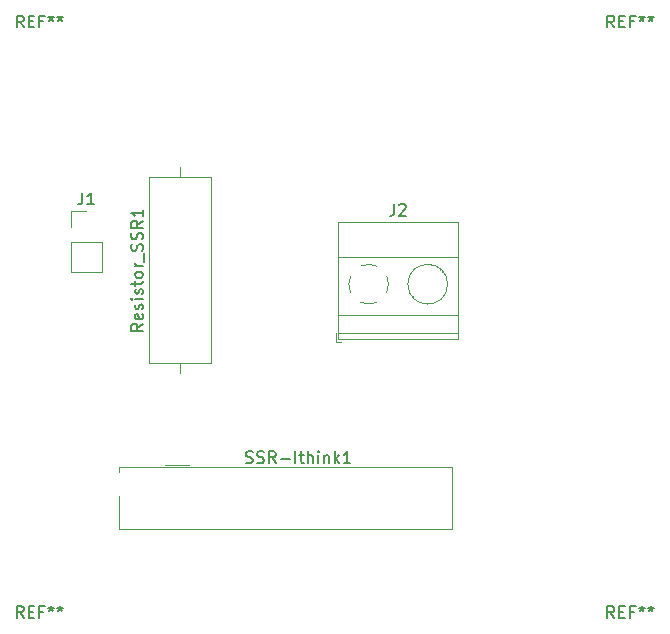
<source format=gbr>
%TF.GenerationSoftware,KiCad,Pcbnew,(5.1.9-0-10_14)*%
%TF.CreationDate,2021-02-25T13:49:12+00:00*%
%TF.ProjectId,SSR-PCB,5353522d-5043-4422-9e6b-696361645f70,rev?*%
%TF.SameCoordinates,Original*%
%TF.FileFunction,Legend,Top*%
%TF.FilePolarity,Positive*%
%FSLAX46Y46*%
G04 Gerber Fmt 4.6, Leading zero omitted, Abs format (unit mm)*
G04 Created by KiCad (PCBNEW (5.1.9-0-10_14)) date 2021-02-25 13:49:12*
%MOMM*%
%LPD*%
G01*
G04 APERTURE LIST*
%ADD10C,0.120000*%
%ADD11C,0.150000*%
G04 APERTURE END LIST*
D10*
%TO.C,SSR-Ithink1*%
X-152340000Y-45285000D02*
X-154340000Y-45285000D01*
X-158290000Y-45485000D02*
X-130090000Y-45485000D01*
X-130090000Y-45485000D02*
X-130090000Y-50685000D01*
X-130090000Y-50685000D02*
X-158290000Y-50685000D01*
X-158290000Y-50685000D02*
X-158290000Y-47885000D01*
X-158290000Y-45485000D02*
X-158290000Y-45885000D01*
%TO.C,Resistor_SSR1*%
X-153060000Y-20100000D02*
X-153060000Y-20950000D01*
X-153060000Y-37540000D02*
X-153060000Y-36690000D01*
X-155680000Y-20950000D02*
X-155680000Y-36690000D01*
X-150440000Y-20950000D02*
X-155680000Y-20950000D01*
X-150440000Y-36690000D02*
X-150440000Y-20950000D01*
X-155680000Y-36690000D02*
X-150440000Y-36690000D01*
%TO.C,J2*%
X-139920000Y-34890000D02*
X-139420000Y-34890000D01*
X-139920000Y-34150000D02*
X-139920000Y-34890000D01*
X-133347000Y-31013000D02*
X-133394000Y-31059000D01*
X-131050000Y-28715000D02*
X-131085000Y-28751000D01*
X-133154000Y-31229000D02*
X-133189000Y-31264000D01*
X-130845000Y-28921000D02*
X-130892000Y-28967000D01*
X-129560000Y-24729000D02*
X-129560000Y-34650000D01*
X-139680000Y-24729000D02*
X-139680000Y-34650000D01*
X-139680000Y-34650000D02*
X-129560000Y-34650000D01*
X-139680000Y-24729000D02*
X-129560000Y-24729000D01*
X-139680000Y-27689000D02*
X-129560000Y-27689000D01*
X-139680000Y-32590000D02*
X-129560000Y-32590000D01*
X-139680000Y-34090000D02*
X-129560000Y-34090000D01*
X-130440000Y-29990000D02*
G75*
G03*
X-130440000Y-29990000I-1680000J0D01*
G01*
X-137091195Y-31670253D02*
G75*
G02*
X-137804000Y-31525000I-28805J1680253D01*
G01*
X-138655426Y-30673042D02*
G75*
G02*
X-138655000Y-29306000I1535426J683042D01*
G01*
X-137803042Y-28454574D02*
G75*
G02*
X-136436000Y-28455000I683042J-1535426D01*
G01*
X-135584574Y-29306958D02*
G75*
G02*
X-135585000Y-30674000I-1535426J-683042D01*
G01*
X-136436682Y-31524756D02*
G75*
G02*
X-137120000Y-31670000I-683318J1534756D01*
G01*
%TO.C,J1*%
X-162360000Y-23790000D02*
X-161030000Y-23790000D01*
X-162360000Y-25120000D02*
X-162360000Y-23790000D01*
X-162360000Y-26390000D02*
X-159700000Y-26390000D01*
X-159700000Y-26390000D02*
X-159700000Y-28990000D01*
X-162360000Y-26390000D02*
X-162360000Y-28990000D01*
X-162360000Y-28990000D02*
X-159700000Y-28990000D01*
%TO.C,REF\u002A\u002A*%
D11*
X-166333333Y-58252380D02*
X-166666666Y-57776190D01*
X-166904761Y-58252380D02*
X-166904761Y-57252380D01*
X-166523809Y-57252380D01*
X-166428571Y-57300000D01*
X-166380952Y-57347619D01*
X-166333333Y-57442857D01*
X-166333333Y-57585714D01*
X-166380952Y-57680952D01*
X-166428571Y-57728571D01*
X-166523809Y-57776190D01*
X-166904761Y-57776190D01*
X-165904761Y-57728571D02*
X-165571428Y-57728571D01*
X-165428571Y-58252380D02*
X-165904761Y-58252380D01*
X-165904761Y-57252380D01*
X-165428571Y-57252380D01*
X-164666666Y-57728571D02*
X-165000000Y-57728571D01*
X-165000000Y-58252380D02*
X-165000000Y-57252380D01*
X-164523809Y-57252380D01*
X-164000000Y-57252380D02*
X-164000000Y-57490476D01*
X-164238095Y-57395238D02*
X-164000000Y-57490476D01*
X-163761904Y-57395238D01*
X-164142857Y-57680952D02*
X-164000000Y-57490476D01*
X-163857142Y-57680952D01*
X-163238095Y-57252380D02*
X-163238095Y-57490476D01*
X-163476190Y-57395238D02*
X-163238095Y-57490476D01*
X-163000000Y-57395238D01*
X-163380952Y-57680952D02*
X-163238095Y-57490476D01*
X-163095238Y-57680952D01*
X-116333333Y-58252380D02*
X-116666666Y-57776190D01*
X-116904761Y-58252380D02*
X-116904761Y-57252380D01*
X-116523809Y-57252380D01*
X-116428571Y-57300000D01*
X-116380952Y-57347619D01*
X-116333333Y-57442857D01*
X-116333333Y-57585714D01*
X-116380952Y-57680952D01*
X-116428571Y-57728571D01*
X-116523809Y-57776190D01*
X-116904761Y-57776190D01*
X-115904761Y-57728571D02*
X-115571428Y-57728571D01*
X-115428571Y-58252380D02*
X-115904761Y-58252380D01*
X-115904761Y-57252380D01*
X-115428571Y-57252380D01*
X-114666666Y-57728571D02*
X-115000000Y-57728571D01*
X-115000000Y-58252380D02*
X-115000000Y-57252380D01*
X-114523809Y-57252380D01*
X-114000000Y-57252380D02*
X-114000000Y-57490476D01*
X-114238095Y-57395238D02*
X-114000000Y-57490476D01*
X-113761904Y-57395238D01*
X-114142857Y-57680952D02*
X-114000000Y-57490476D01*
X-113857142Y-57680952D01*
X-113238095Y-57252380D02*
X-113238095Y-57490476D01*
X-113476190Y-57395238D02*
X-113238095Y-57490476D01*
X-113000000Y-57395238D01*
X-113380952Y-57680952D02*
X-113238095Y-57490476D01*
X-113095238Y-57680952D01*
X-116333333Y-8252380D02*
X-116666666Y-7776190D01*
X-116904761Y-8252380D02*
X-116904761Y-7252380D01*
X-116523809Y-7252380D01*
X-116428571Y-7300000D01*
X-116380952Y-7347619D01*
X-116333333Y-7442857D01*
X-116333333Y-7585714D01*
X-116380952Y-7680952D01*
X-116428571Y-7728571D01*
X-116523809Y-7776190D01*
X-116904761Y-7776190D01*
X-115904761Y-7728571D02*
X-115571428Y-7728571D01*
X-115428571Y-8252380D02*
X-115904761Y-8252380D01*
X-115904761Y-7252380D01*
X-115428571Y-7252380D01*
X-114666666Y-7728571D02*
X-115000000Y-7728571D01*
X-115000000Y-8252380D02*
X-115000000Y-7252380D01*
X-114523809Y-7252380D01*
X-114000000Y-7252380D02*
X-114000000Y-7490476D01*
X-114238095Y-7395238D02*
X-114000000Y-7490476D01*
X-113761904Y-7395238D01*
X-114142857Y-7680952D02*
X-114000000Y-7490476D01*
X-113857142Y-7680952D01*
X-113238095Y-7252380D02*
X-113238095Y-7490476D01*
X-113476190Y-7395238D02*
X-113238095Y-7490476D01*
X-113000000Y-7395238D01*
X-113380952Y-7680952D02*
X-113238095Y-7490476D01*
X-113095238Y-7680952D01*
X-166333333Y-8252380D02*
X-166666666Y-7776190D01*
X-166904761Y-8252380D02*
X-166904761Y-7252380D01*
X-166523809Y-7252380D01*
X-166428571Y-7300000D01*
X-166380952Y-7347619D01*
X-166333333Y-7442857D01*
X-166333333Y-7585714D01*
X-166380952Y-7680952D01*
X-166428571Y-7728571D01*
X-166523809Y-7776190D01*
X-166904761Y-7776190D01*
X-165904761Y-7728571D02*
X-165571428Y-7728571D01*
X-165428571Y-8252380D02*
X-165904761Y-8252380D01*
X-165904761Y-7252380D01*
X-165428571Y-7252380D01*
X-164666666Y-7728571D02*
X-165000000Y-7728571D01*
X-165000000Y-8252380D02*
X-165000000Y-7252380D01*
X-164523809Y-7252380D01*
X-164000000Y-7252380D02*
X-164000000Y-7490476D01*
X-164238095Y-7395238D02*
X-164000000Y-7490476D01*
X-163761904Y-7395238D01*
X-164142857Y-7680952D02*
X-164000000Y-7490476D01*
X-163857142Y-7680952D01*
X-163238095Y-7252380D02*
X-163238095Y-7490476D01*
X-163476190Y-7395238D02*
X-163238095Y-7490476D01*
X-163000000Y-7395238D01*
X-163380952Y-7680952D02*
X-163238095Y-7490476D01*
X-163095238Y-7680952D01*
%TO.C,SSR-Ithink1*%
X-147518571Y-45089761D02*
X-147375714Y-45137380D01*
X-147137619Y-45137380D01*
X-147042380Y-45089761D01*
X-146994761Y-45042142D01*
X-146947142Y-44946904D01*
X-146947142Y-44851666D01*
X-146994761Y-44756428D01*
X-147042380Y-44708809D01*
X-147137619Y-44661190D01*
X-147328095Y-44613571D01*
X-147423333Y-44565952D01*
X-147470952Y-44518333D01*
X-147518571Y-44423095D01*
X-147518571Y-44327857D01*
X-147470952Y-44232619D01*
X-147423333Y-44185000D01*
X-147328095Y-44137380D01*
X-147090000Y-44137380D01*
X-146947142Y-44185000D01*
X-146566190Y-45089761D02*
X-146423333Y-45137380D01*
X-146185238Y-45137380D01*
X-146090000Y-45089761D01*
X-146042380Y-45042142D01*
X-145994761Y-44946904D01*
X-145994761Y-44851666D01*
X-146042380Y-44756428D01*
X-146090000Y-44708809D01*
X-146185238Y-44661190D01*
X-146375714Y-44613571D01*
X-146470952Y-44565952D01*
X-146518571Y-44518333D01*
X-146566190Y-44423095D01*
X-146566190Y-44327857D01*
X-146518571Y-44232619D01*
X-146470952Y-44185000D01*
X-146375714Y-44137380D01*
X-146137619Y-44137380D01*
X-145994761Y-44185000D01*
X-144994761Y-45137380D02*
X-145328095Y-44661190D01*
X-145566190Y-45137380D02*
X-145566190Y-44137380D01*
X-145185238Y-44137380D01*
X-145090000Y-44185000D01*
X-145042380Y-44232619D01*
X-144994761Y-44327857D01*
X-144994761Y-44470714D01*
X-145042380Y-44565952D01*
X-145090000Y-44613571D01*
X-145185238Y-44661190D01*
X-145566190Y-44661190D01*
X-144566190Y-44756428D02*
X-143804285Y-44756428D01*
X-143328095Y-45137380D02*
X-143328095Y-44137380D01*
X-142994761Y-44470714D02*
X-142613809Y-44470714D01*
X-142851904Y-44137380D02*
X-142851904Y-44994523D01*
X-142804285Y-45089761D01*
X-142709047Y-45137380D01*
X-142613809Y-45137380D01*
X-142280476Y-45137380D02*
X-142280476Y-44137380D01*
X-141851904Y-45137380D02*
X-141851904Y-44613571D01*
X-141899523Y-44518333D01*
X-141994761Y-44470714D01*
X-142137619Y-44470714D01*
X-142232857Y-44518333D01*
X-142280476Y-44565952D01*
X-141375714Y-45137380D02*
X-141375714Y-44470714D01*
X-141375714Y-44137380D02*
X-141423333Y-44185000D01*
X-141375714Y-44232619D01*
X-141328095Y-44185000D01*
X-141375714Y-44137380D01*
X-141375714Y-44232619D01*
X-140899523Y-44470714D02*
X-140899523Y-45137380D01*
X-140899523Y-44565952D02*
X-140851904Y-44518333D01*
X-140756666Y-44470714D01*
X-140613809Y-44470714D01*
X-140518571Y-44518333D01*
X-140470952Y-44613571D01*
X-140470952Y-45137380D01*
X-139994761Y-45137380D02*
X-139994761Y-44137380D01*
X-139899523Y-44756428D02*
X-139613809Y-45137380D01*
X-139613809Y-44470714D02*
X-139994761Y-44851666D01*
X-138661428Y-45137380D02*
X-139232857Y-45137380D01*
X-138947142Y-45137380D02*
X-138947142Y-44137380D01*
X-139042380Y-44280238D01*
X-139137619Y-44375476D01*
X-139232857Y-44423095D01*
%TO.C,Resistor_SSR1*%
X-156227619Y-33343809D02*
X-156703809Y-33677142D01*
X-156227619Y-33915238D02*
X-157227619Y-33915238D01*
X-157227619Y-33534285D01*
X-157180000Y-33439047D01*
X-157132380Y-33391428D01*
X-157037142Y-33343809D01*
X-156894285Y-33343809D01*
X-156799047Y-33391428D01*
X-156751428Y-33439047D01*
X-156703809Y-33534285D01*
X-156703809Y-33915238D01*
X-156275238Y-32534285D02*
X-156227619Y-32629523D01*
X-156227619Y-32820000D01*
X-156275238Y-32915238D01*
X-156370476Y-32962857D01*
X-156751428Y-32962857D01*
X-156846666Y-32915238D01*
X-156894285Y-32820000D01*
X-156894285Y-32629523D01*
X-156846666Y-32534285D01*
X-156751428Y-32486666D01*
X-156656190Y-32486666D01*
X-156560952Y-32962857D01*
X-156275238Y-32105714D02*
X-156227619Y-32010476D01*
X-156227619Y-31820000D01*
X-156275238Y-31724761D01*
X-156370476Y-31677142D01*
X-156418095Y-31677142D01*
X-156513333Y-31724761D01*
X-156560952Y-31820000D01*
X-156560952Y-31962857D01*
X-156608571Y-32058095D01*
X-156703809Y-32105714D01*
X-156751428Y-32105714D01*
X-156846666Y-32058095D01*
X-156894285Y-31962857D01*
X-156894285Y-31820000D01*
X-156846666Y-31724761D01*
X-156227619Y-31248571D02*
X-156894285Y-31248571D01*
X-157227619Y-31248571D02*
X-157180000Y-31296190D01*
X-157132380Y-31248571D01*
X-157180000Y-31200952D01*
X-157227619Y-31248571D01*
X-157132380Y-31248571D01*
X-156275238Y-30820000D02*
X-156227619Y-30724761D01*
X-156227619Y-30534285D01*
X-156275238Y-30439047D01*
X-156370476Y-30391428D01*
X-156418095Y-30391428D01*
X-156513333Y-30439047D01*
X-156560952Y-30534285D01*
X-156560952Y-30677142D01*
X-156608571Y-30772380D01*
X-156703809Y-30820000D01*
X-156751428Y-30820000D01*
X-156846666Y-30772380D01*
X-156894285Y-30677142D01*
X-156894285Y-30534285D01*
X-156846666Y-30439047D01*
X-156894285Y-30105714D02*
X-156894285Y-29724761D01*
X-157227619Y-29962857D02*
X-156370476Y-29962857D01*
X-156275238Y-29915238D01*
X-156227619Y-29820000D01*
X-156227619Y-29724761D01*
X-156227619Y-29248571D02*
X-156275238Y-29343809D01*
X-156322857Y-29391428D01*
X-156418095Y-29439047D01*
X-156703809Y-29439047D01*
X-156799047Y-29391428D01*
X-156846666Y-29343809D01*
X-156894285Y-29248571D01*
X-156894285Y-29105714D01*
X-156846666Y-29010476D01*
X-156799047Y-28962857D01*
X-156703809Y-28915238D01*
X-156418095Y-28915238D01*
X-156322857Y-28962857D01*
X-156275238Y-29010476D01*
X-156227619Y-29105714D01*
X-156227619Y-29248571D01*
X-156227619Y-28486666D02*
X-156894285Y-28486666D01*
X-156703809Y-28486666D02*
X-156799047Y-28439047D01*
X-156846666Y-28391428D01*
X-156894285Y-28296190D01*
X-156894285Y-28200952D01*
X-156132380Y-28105714D02*
X-156132380Y-27343809D01*
X-156275238Y-27153333D02*
X-156227619Y-27010476D01*
X-156227619Y-26772380D01*
X-156275238Y-26677142D01*
X-156322857Y-26629523D01*
X-156418095Y-26581904D01*
X-156513333Y-26581904D01*
X-156608571Y-26629523D01*
X-156656190Y-26677142D01*
X-156703809Y-26772380D01*
X-156751428Y-26962857D01*
X-156799047Y-27058095D01*
X-156846666Y-27105714D01*
X-156941904Y-27153333D01*
X-157037142Y-27153333D01*
X-157132380Y-27105714D01*
X-157180000Y-27058095D01*
X-157227619Y-26962857D01*
X-157227619Y-26724761D01*
X-157180000Y-26581904D01*
X-156275238Y-26200952D02*
X-156227619Y-26058095D01*
X-156227619Y-25820000D01*
X-156275238Y-25724761D01*
X-156322857Y-25677142D01*
X-156418095Y-25629523D01*
X-156513333Y-25629523D01*
X-156608571Y-25677142D01*
X-156656190Y-25724761D01*
X-156703809Y-25820000D01*
X-156751428Y-26010476D01*
X-156799047Y-26105714D01*
X-156846666Y-26153333D01*
X-156941904Y-26200952D01*
X-157037142Y-26200952D01*
X-157132380Y-26153333D01*
X-157180000Y-26105714D01*
X-157227619Y-26010476D01*
X-157227619Y-25772380D01*
X-157180000Y-25629523D01*
X-156227619Y-24629523D02*
X-156703809Y-24962857D01*
X-156227619Y-25200952D02*
X-157227619Y-25200952D01*
X-157227619Y-24820000D01*
X-157180000Y-24724761D01*
X-157132380Y-24677142D01*
X-157037142Y-24629523D01*
X-156894285Y-24629523D01*
X-156799047Y-24677142D01*
X-156751428Y-24724761D01*
X-156703809Y-24820000D01*
X-156703809Y-25200952D01*
X-156227619Y-23677142D02*
X-156227619Y-24248571D01*
X-156227619Y-23962857D02*
X-157227619Y-23962857D01*
X-157084761Y-24058095D01*
X-156989523Y-24153333D01*
X-156941904Y-24248571D01*
%TO.C,J2*%
X-134953333Y-23182380D02*
X-134953333Y-23896666D01*
X-135000952Y-24039523D01*
X-135096190Y-24134761D01*
X-135239047Y-24182380D01*
X-135334285Y-24182380D01*
X-134524761Y-23277619D02*
X-134477142Y-23230000D01*
X-134381904Y-23182380D01*
X-134143809Y-23182380D01*
X-134048571Y-23230000D01*
X-134000952Y-23277619D01*
X-133953333Y-23372857D01*
X-133953333Y-23468095D01*
X-134000952Y-23610952D01*
X-134572380Y-24182380D01*
X-133953333Y-24182380D01*
%TO.C,J1*%
X-161363333Y-22242380D02*
X-161363333Y-22956666D01*
X-161410952Y-23099523D01*
X-161506190Y-23194761D01*
X-161649047Y-23242380D01*
X-161744285Y-23242380D01*
X-160363333Y-23242380D02*
X-160934761Y-23242380D01*
X-160649047Y-23242380D02*
X-160649047Y-22242380D01*
X-160744285Y-22385238D01*
X-160839523Y-22480476D01*
X-160934761Y-22528095D01*
%TD*%
M02*

</source>
